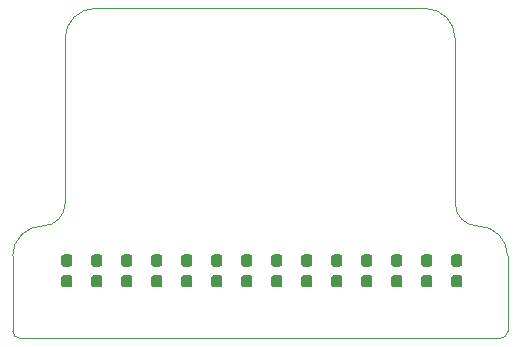
<source format=gbr>
G04 #@! TF.GenerationSoftware,KiCad,Pcbnew,5.1.7-a382d34a8~88~ubuntu20.04.1*
G04 #@! TF.CreationDate,2020-12-18T13:14:18-06:00*
G04 #@! TF.ProjectId,VGA,5647412e-6b69-4636-9164-5f7063625858,1.1*
G04 #@! TF.SameCoordinates,Original*
G04 #@! TF.FileFunction,Paste,Top*
G04 #@! TF.FilePolarity,Positive*
%FSLAX46Y46*%
G04 Gerber Fmt 4.6, Leading zero omitted, Abs format (unit mm)*
G04 Created by KiCad (PCBNEW 5.1.7-a382d34a8~88~ubuntu20.04.1) date 2020-12-18 13:14:18*
%MOMM*%
%LPD*%
G01*
G04 APERTURE LIST*
G04 #@! TA.AperFunction,Profile*
%ADD10C,0.050000*%
G04 #@! TD*
G04 APERTURE END LIST*
D10*
X139065000Y-123190000D02*
G75*
G02*
X137160000Y-125095000I-1905000J0D01*
G01*
X134620000Y-127635000D02*
G75*
G02*
X137160000Y-125095000I2540000J0D01*
G01*
X173990000Y-125095000D02*
G75*
G02*
X172085000Y-123190000I0J1905000D01*
G01*
X134620000Y-133985000D02*
X134620000Y-127635000D01*
X173990000Y-125095000D02*
G75*
G02*
X176530000Y-127635000I0J-2540000D01*
G01*
X176530000Y-133985000D02*
X176530000Y-127635000D01*
X139065000Y-109220000D02*
G75*
G02*
X141605000Y-106680000I2540000J0D01*
G01*
X169545000Y-106680000D02*
G75*
G02*
X172085000Y-109220000I0J-2540000D01*
G01*
X176530000Y-133985000D02*
G75*
G02*
X175895000Y-134620000I-635000J0D01*
G01*
X135255000Y-134620000D02*
G75*
G02*
X134620000Y-133985000I0J635000D01*
G01*
X139065000Y-109220000D02*
X139065000Y-123190000D01*
X169545000Y-106680000D02*
X141605000Y-106680000D01*
X172085000Y-123190000D02*
X172085000Y-109220000D01*
X135255000Y-134620000D02*
X175895000Y-134620000D01*
G36*
G01*
X171974500Y-129253000D02*
X172449500Y-129253000D01*
G75*
G02*
X172687000Y-129490500I0J-237500D01*
G01*
X172687000Y-130065500D01*
G75*
G02*
X172449500Y-130303000I-237500J0D01*
G01*
X171974500Y-130303000D01*
G75*
G02*
X171737000Y-130065500I0J237500D01*
G01*
X171737000Y-129490500D01*
G75*
G02*
X171974500Y-129253000I237500J0D01*
G01*
G37*
G36*
G01*
X171974500Y-127503000D02*
X172449500Y-127503000D01*
G75*
G02*
X172687000Y-127740500I0J-237500D01*
G01*
X172687000Y-128315500D01*
G75*
G02*
X172449500Y-128553000I-237500J0D01*
G01*
X171974500Y-128553000D01*
G75*
G02*
X171737000Y-128315500I0J237500D01*
G01*
X171737000Y-127740500D01*
G75*
G02*
X171974500Y-127503000I237500J0D01*
G01*
G37*
G36*
G01*
X169434500Y-129255000D02*
X169909500Y-129255000D01*
G75*
G02*
X170147000Y-129492500I0J-237500D01*
G01*
X170147000Y-130067500D01*
G75*
G02*
X169909500Y-130305000I-237500J0D01*
G01*
X169434500Y-130305000D01*
G75*
G02*
X169197000Y-130067500I0J237500D01*
G01*
X169197000Y-129492500D01*
G75*
G02*
X169434500Y-129255000I237500J0D01*
G01*
G37*
G36*
G01*
X169434500Y-127505000D02*
X169909500Y-127505000D01*
G75*
G02*
X170147000Y-127742500I0J-237500D01*
G01*
X170147000Y-128317500D01*
G75*
G02*
X169909500Y-128555000I-237500J0D01*
G01*
X169434500Y-128555000D01*
G75*
G02*
X169197000Y-128317500I0J237500D01*
G01*
X169197000Y-127742500D01*
G75*
G02*
X169434500Y-127505000I237500J0D01*
G01*
G37*
G36*
G01*
X166894500Y-129255000D02*
X167369500Y-129255000D01*
G75*
G02*
X167607000Y-129492500I0J-237500D01*
G01*
X167607000Y-130067500D01*
G75*
G02*
X167369500Y-130305000I-237500J0D01*
G01*
X166894500Y-130305000D01*
G75*
G02*
X166657000Y-130067500I0J237500D01*
G01*
X166657000Y-129492500D01*
G75*
G02*
X166894500Y-129255000I237500J0D01*
G01*
G37*
G36*
G01*
X166894500Y-127505000D02*
X167369500Y-127505000D01*
G75*
G02*
X167607000Y-127742500I0J-237500D01*
G01*
X167607000Y-128317500D01*
G75*
G02*
X167369500Y-128555000I-237500J0D01*
G01*
X166894500Y-128555000D01*
G75*
G02*
X166657000Y-128317500I0J237500D01*
G01*
X166657000Y-127742500D01*
G75*
G02*
X166894500Y-127505000I237500J0D01*
G01*
G37*
G36*
G01*
X164354500Y-129255000D02*
X164829500Y-129255000D01*
G75*
G02*
X165067000Y-129492500I0J-237500D01*
G01*
X165067000Y-130067500D01*
G75*
G02*
X164829500Y-130305000I-237500J0D01*
G01*
X164354500Y-130305000D01*
G75*
G02*
X164117000Y-130067500I0J237500D01*
G01*
X164117000Y-129492500D01*
G75*
G02*
X164354500Y-129255000I237500J0D01*
G01*
G37*
G36*
G01*
X164354500Y-127505000D02*
X164829500Y-127505000D01*
G75*
G02*
X165067000Y-127742500I0J-237500D01*
G01*
X165067000Y-128317500D01*
G75*
G02*
X164829500Y-128555000I-237500J0D01*
G01*
X164354500Y-128555000D01*
G75*
G02*
X164117000Y-128317500I0J237500D01*
G01*
X164117000Y-127742500D01*
G75*
G02*
X164354500Y-127505000I237500J0D01*
G01*
G37*
G36*
G01*
X161814500Y-129255000D02*
X162289500Y-129255000D01*
G75*
G02*
X162527000Y-129492500I0J-237500D01*
G01*
X162527000Y-130067500D01*
G75*
G02*
X162289500Y-130305000I-237500J0D01*
G01*
X161814500Y-130305000D01*
G75*
G02*
X161577000Y-130067500I0J237500D01*
G01*
X161577000Y-129492500D01*
G75*
G02*
X161814500Y-129255000I237500J0D01*
G01*
G37*
G36*
G01*
X161814500Y-127505000D02*
X162289500Y-127505000D01*
G75*
G02*
X162527000Y-127742500I0J-237500D01*
G01*
X162527000Y-128317500D01*
G75*
G02*
X162289500Y-128555000I-237500J0D01*
G01*
X161814500Y-128555000D01*
G75*
G02*
X161577000Y-128317500I0J237500D01*
G01*
X161577000Y-127742500D01*
G75*
G02*
X161814500Y-127505000I237500J0D01*
G01*
G37*
G36*
G01*
X159274500Y-129255000D02*
X159749500Y-129255000D01*
G75*
G02*
X159987000Y-129492500I0J-237500D01*
G01*
X159987000Y-130067500D01*
G75*
G02*
X159749500Y-130305000I-237500J0D01*
G01*
X159274500Y-130305000D01*
G75*
G02*
X159037000Y-130067500I0J237500D01*
G01*
X159037000Y-129492500D01*
G75*
G02*
X159274500Y-129255000I237500J0D01*
G01*
G37*
G36*
G01*
X159274500Y-127505000D02*
X159749500Y-127505000D01*
G75*
G02*
X159987000Y-127742500I0J-237500D01*
G01*
X159987000Y-128317500D01*
G75*
G02*
X159749500Y-128555000I-237500J0D01*
G01*
X159274500Y-128555000D01*
G75*
G02*
X159037000Y-128317500I0J237500D01*
G01*
X159037000Y-127742500D01*
G75*
G02*
X159274500Y-127505000I237500J0D01*
G01*
G37*
G36*
G01*
X156734500Y-129255000D02*
X157209500Y-129255000D01*
G75*
G02*
X157447000Y-129492500I0J-237500D01*
G01*
X157447000Y-130067500D01*
G75*
G02*
X157209500Y-130305000I-237500J0D01*
G01*
X156734500Y-130305000D01*
G75*
G02*
X156497000Y-130067500I0J237500D01*
G01*
X156497000Y-129492500D01*
G75*
G02*
X156734500Y-129255000I237500J0D01*
G01*
G37*
G36*
G01*
X156734500Y-127505000D02*
X157209500Y-127505000D01*
G75*
G02*
X157447000Y-127742500I0J-237500D01*
G01*
X157447000Y-128317500D01*
G75*
G02*
X157209500Y-128555000I-237500J0D01*
G01*
X156734500Y-128555000D01*
G75*
G02*
X156497000Y-128317500I0J237500D01*
G01*
X156497000Y-127742500D01*
G75*
G02*
X156734500Y-127505000I237500J0D01*
G01*
G37*
G36*
G01*
X154194500Y-129255000D02*
X154669500Y-129255000D01*
G75*
G02*
X154907000Y-129492500I0J-237500D01*
G01*
X154907000Y-130067500D01*
G75*
G02*
X154669500Y-130305000I-237500J0D01*
G01*
X154194500Y-130305000D01*
G75*
G02*
X153957000Y-130067500I0J237500D01*
G01*
X153957000Y-129492500D01*
G75*
G02*
X154194500Y-129255000I237500J0D01*
G01*
G37*
G36*
G01*
X154194500Y-127505000D02*
X154669500Y-127505000D01*
G75*
G02*
X154907000Y-127742500I0J-237500D01*
G01*
X154907000Y-128317500D01*
G75*
G02*
X154669500Y-128555000I-237500J0D01*
G01*
X154194500Y-128555000D01*
G75*
G02*
X153957000Y-128317500I0J237500D01*
G01*
X153957000Y-127742500D01*
G75*
G02*
X154194500Y-127505000I237500J0D01*
G01*
G37*
G36*
G01*
X151654500Y-129255000D02*
X152129500Y-129255000D01*
G75*
G02*
X152367000Y-129492500I0J-237500D01*
G01*
X152367000Y-130067500D01*
G75*
G02*
X152129500Y-130305000I-237500J0D01*
G01*
X151654500Y-130305000D01*
G75*
G02*
X151417000Y-130067500I0J237500D01*
G01*
X151417000Y-129492500D01*
G75*
G02*
X151654500Y-129255000I237500J0D01*
G01*
G37*
G36*
G01*
X151654500Y-127505000D02*
X152129500Y-127505000D01*
G75*
G02*
X152367000Y-127742500I0J-237500D01*
G01*
X152367000Y-128317500D01*
G75*
G02*
X152129500Y-128555000I-237500J0D01*
G01*
X151654500Y-128555000D01*
G75*
G02*
X151417000Y-128317500I0J237500D01*
G01*
X151417000Y-127742500D01*
G75*
G02*
X151654500Y-127505000I237500J0D01*
G01*
G37*
G36*
G01*
X149114500Y-129255000D02*
X149589500Y-129255000D01*
G75*
G02*
X149827000Y-129492500I0J-237500D01*
G01*
X149827000Y-130067500D01*
G75*
G02*
X149589500Y-130305000I-237500J0D01*
G01*
X149114500Y-130305000D01*
G75*
G02*
X148877000Y-130067500I0J237500D01*
G01*
X148877000Y-129492500D01*
G75*
G02*
X149114500Y-129255000I237500J0D01*
G01*
G37*
G36*
G01*
X149114500Y-127505000D02*
X149589500Y-127505000D01*
G75*
G02*
X149827000Y-127742500I0J-237500D01*
G01*
X149827000Y-128317500D01*
G75*
G02*
X149589500Y-128555000I-237500J0D01*
G01*
X149114500Y-128555000D01*
G75*
G02*
X148877000Y-128317500I0J237500D01*
G01*
X148877000Y-127742500D01*
G75*
G02*
X149114500Y-127505000I237500J0D01*
G01*
G37*
G36*
G01*
X146574500Y-129255000D02*
X147049500Y-129255000D01*
G75*
G02*
X147287000Y-129492500I0J-237500D01*
G01*
X147287000Y-130067500D01*
G75*
G02*
X147049500Y-130305000I-237500J0D01*
G01*
X146574500Y-130305000D01*
G75*
G02*
X146337000Y-130067500I0J237500D01*
G01*
X146337000Y-129492500D01*
G75*
G02*
X146574500Y-129255000I237500J0D01*
G01*
G37*
G36*
G01*
X146574500Y-127505000D02*
X147049500Y-127505000D01*
G75*
G02*
X147287000Y-127742500I0J-237500D01*
G01*
X147287000Y-128317500D01*
G75*
G02*
X147049500Y-128555000I-237500J0D01*
G01*
X146574500Y-128555000D01*
G75*
G02*
X146337000Y-128317500I0J237500D01*
G01*
X146337000Y-127742500D01*
G75*
G02*
X146574500Y-127505000I237500J0D01*
G01*
G37*
G36*
G01*
X144034500Y-129255000D02*
X144509500Y-129255000D01*
G75*
G02*
X144747000Y-129492500I0J-237500D01*
G01*
X144747000Y-130067500D01*
G75*
G02*
X144509500Y-130305000I-237500J0D01*
G01*
X144034500Y-130305000D01*
G75*
G02*
X143797000Y-130067500I0J237500D01*
G01*
X143797000Y-129492500D01*
G75*
G02*
X144034500Y-129255000I237500J0D01*
G01*
G37*
G36*
G01*
X144034500Y-127505000D02*
X144509500Y-127505000D01*
G75*
G02*
X144747000Y-127742500I0J-237500D01*
G01*
X144747000Y-128317500D01*
G75*
G02*
X144509500Y-128555000I-237500J0D01*
G01*
X144034500Y-128555000D01*
G75*
G02*
X143797000Y-128317500I0J237500D01*
G01*
X143797000Y-127742500D01*
G75*
G02*
X144034500Y-127505000I237500J0D01*
G01*
G37*
G36*
G01*
X141494500Y-129255000D02*
X141969500Y-129255000D01*
G75*
G02*
X142207000Y-129492500I0J-237500D01*
G01*
X142207000Y-130067500D01*
G75*
G02*
X141969500Y-130305000I-237500J0D01*
G01*
X141494500Y-130305000D01*
G75*
G02*
X141257000Y-130067500I0J237500D01*
G01*
X141257000Y-129492500D01*
G75*
G02*
X141494500Y-129255000I237500J0D01*
G01*
G37*
G36*
G01*
X141494500Y-127505000D02*
X141969500Y-127505000D01*
G75*
G02*
X142207000Y-127742500I0J-237500D01*
G01*
X142207000Y-128317500D01*
G75*
G02*
X141969500Y-128555000I-237500J0D01*
G01*
X141494500Y-128555000D01*
G75*
G02*
X141257000Y-128317500I0J237500D01*
G01*
X141257000Y-127742500D01*
G75*
G02*
X141494500Y-127505000I237500J0D01*
G01*
G37*
G36*
G01*
X138954500Y-129255000D02*
X139429500Y-129255000D01*
G75*
G02*
X139667000Y-129492500I0J-237500D01*
G01*
X139667000Y-130067500D01*
G75*
G02*
X139429500Y-130305000I-237500J0D01*
G01*
X138954500Y-130305000D01*
G75*
G02*
X138717000Y-130067500I0J237500D01*
G01*
X138717000Y-129492500D01*
G75*
G02*
X138954500Y-129255000I237500J0D01*
G01*
G37*
G36*
G01*
X138954500Y-127505000D02*
X139429500Y-127505000D01*
G75*
G02*
X139667000Y-127742500I0J-237500D01*
G01*
X139667000Y-128317500D01*
G75*
G02*
X139429500Y-128555000I-237500J0D01*
G01*
X138954500Y-128555000D01*
G75*
G02*
X138717000Y-128317500I0J237500D01*
G01*
X138717000Y-127742500D01*
G75*
G02*
X138954500Y-127505000I237500J0D01*
G01*
G37*
M02*

</source>
